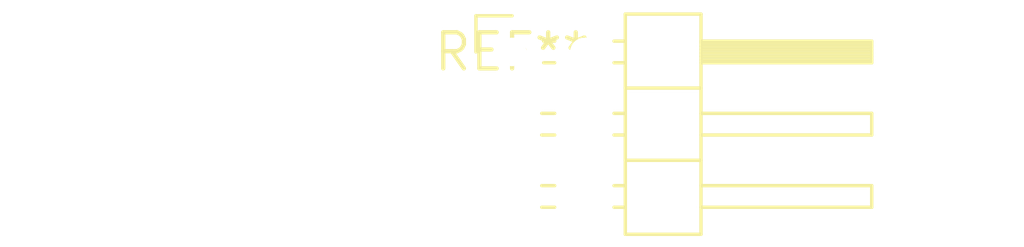
<source format=kicad_pcb>
(kicad_pcb (version 20240108) (generator pcbnew)
  (layers (0 "F.Cu" signal) (31 "B.Cu" signal) (34 "B.Paste" user) (35 "F.Paste" user) (36 "B.SilkS" user "B.Silkscreen") (37 "F.SilkS" user "F.Silkscreen") (38 "B.Mask" user) (39 "F.Mask" user) (44 "Edge.Cuts" user))
  (net 0 "")
  (footprint "PinHeader_2x03_P2.54mm_Horizontal" (layer "F.Cu") (at 0 0)
    (property "Reference" "REF**")
    (property "Value" "PinHeader_2x03_P2.54mm_Horizontal")
    (fp_line (start -1.27 -1.27) (end 0 -1.27) (layer "F.SilkS") (stroke (width 0.12)))
    (fp_line (start -1.27 0) (end -1.27 -1.27) (layer "F.SilkS") (stroke (width 0.12)))
    (fp_line (start 1.042929 2.16) (end 1.497071 2.16) (layer "F.SilkS") (stroke (width 0.12)))
    (fp_line (start 1.042929 2.92) (end 1.497071 2.92) (layer "F.SilkS") (stroke (width 0.12)))
    (fp_line (start 1.042929 4.7) (end 1.497071 4.7) (layer "F.SilkS") (stroke (width 0.12)))
    (fp_line (start 1.042929 5.46) (end 1.497071 5.46) (layer "F.SilkS") (stroke (width 0.12)))
    (fp_line (start 1.11 -0.38) (end 1.497071 -0.38) (layer "F.SilkS") (stroke (width 0.12)))
    (fp_line (start 1.11 0.38) (end 1.497071 0.38) (layer "F.SilkS") (stroke (width 0.12)))
    (fp_line (start 3.582929 -0.38) (end 3.98 -0.38) (layer "F.SilkS") (stroke (width 0.12)))
    (fp_line (start 3.582929 0.38) (end 3.98 0.38) (layer "F.SilkS") (stroke (width 0.12)))
    (fp_line (start 3.582929 2.16) (end 3.98 2.16) (layer "F.SilkS") (stroke (width 0.12)))
    (fp_line (start 3.582929 2.92) (end 3.98 2.92) (layer "F.SilkS") (stroke (width 0.12)))
    (fp_line (start 3.582929 4.7) (end 3.98 4.7) (layer "F.SilkS") (stroke (width 0.12)))
    (fp_line (start 3.582929 5.46) (end 3.98 5.46) (layer "F.SilkS") (stroke (width 0.12)))
    (fp_line (start 3.98 -1.33) (end 3.98 6.41) (layer "F.SilkS") (stroke (width 0.12)))
    (fp_line (start 3.98 1.27) (end 6.64 1.27) (layer "F.SilkS") (stroke (width 0.12)))
    (fp_line (start 3.98 3.81) (end 6.64 3.81) (layer "F.SilkS") (stroke (width 0.12)))
    (fp_line (start 3.98 6.41) (end 6.64 6.41) (layer "F.SilkS") (stroke (width 0.12)))
    (fp_line (start 6.64 -1.33) (end 3.98 -1.33) (layer "F.SilkS") (stroke (width 0.12)))
    (fp_line (start 6.64 -0.38) (end 12.64 -0.38) (layer "F.SilkS") (stroke (width 0.12)))
    (fp_line (start 6.64 -0.32) (end 12.64 -0.32) (layer "F.SilkS") (stroke (width 0.12)))
    (fp_line (start 6.64 -0.2) (end 12.64 -0.2) (layer "F.SilkS") (stroke (width 0.12)))
    (fp_line (start 6.64 -0.08) (end 12.64 -0.08) (layer "F.SilkS") (stroke (width 0.12)))
    (fp_line (start 6.64 0.04) (end 12.64 0.04) (layer "F.SilkS") (stroke (width 0.12)))
    (fp_line (start 6.64 0.16) (end 12.64 0.16) (layer "F.SilkS") (stroke (width 0.12)))
    (fp_line (start 6.64 0.28) (end 12.64 0.28) (layer "F.SilkS") (stroke (width 0.12)))
    (fp_line (start 6.64 2.16) (end 12.64 2.16) (layer "F.SilkS") (stroke (width 0.12)))
    (fp_line (start 6.64 4.7) (end 12.64 4.7) (layer "F.SilkS") (stroke (width 0.12)))
    (fp_line (start 6.64 6.41) (end 6.64 -1.33) (layer "F.SilkS") (stroke (width 0.12)))
    (fp_line (start 12.64 -0.38) (end 12.64 0.38) (layer "F.SilkS") (stroke (width 0.12)))
    (fp_line (start 12.64 0.38) (end 6.64 0.38) (layer "F.SilkS") (stroke (width 0.12)))
    (fp_line (start 12.64 2.16) (end 12.64 2.92) (layer "F.SilkS") (stroke (width 0.12)))
    (fp_line (start 12.64 2.92) (end 6.64 2.92) (layer "F.SilkS") (stroke (width 0.12)))
    (fp_line (start 12.64 4.7) (end 12.64 5.46) (layer "F.SilkS") (stroke (width 0.12)))
    (fp_line (start 12.64 5.46) (end 6.64 5.46) (layer "F.SilkS") (stroke (width 0.12)))
    (pad "1" thru_hole rect (at 0 0) (size 1.7 1.7) (drill 1) (layers *.Cu *.Mask) (remove_unused_layers))
    (pad "2" thru_hole oval (at 2.54 0) (size 1.7 1.7) (drill 1) (layers *.Cu *.Mask) (remove_unused_layers))
    (pad "3" thru_hole oval (at 0 2.54) (size 1.7 1.7) (drill 1) (layers *.Cu *.Mask) (remove_unused_layers))
    (pad "4" thru_hole oval (at 2.54 2.54) (size 1.7 1.7) (drill 1) (layers *.Cu *.Mask) (remove_unused_layers))
    (pad "5" thru_hole oval (at 0 5.08) (size 1.7 1.7) (drill 1) (layers *.Cu *.Mask) (remove_unused_layers))
    (pad "6" thru_hole oval (at 2.54 5.08) (size 1.7 1.7) (drill 1) (layers *.Cu *.Mask) (remove_unused_layers))
  )
)
</source>
